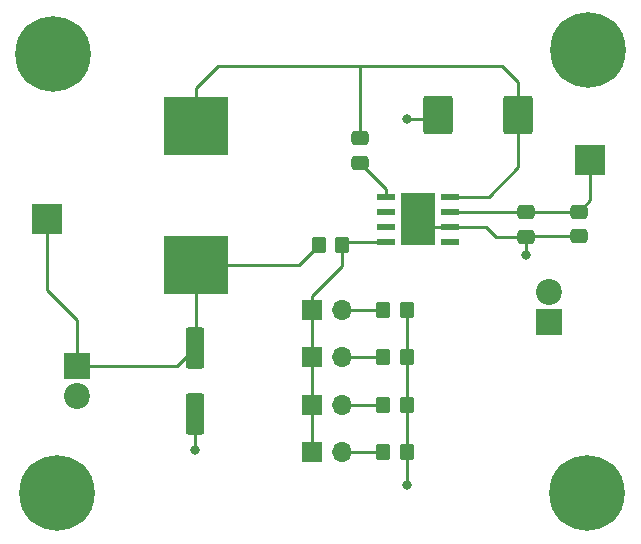
<source format=gbr>
%TF.GenerationSoftware,KiCad,Pcbnew,7.0.1*%
%TF.CreationDate,2023-04-11T14:03:01+02:00*%
%TF.ProjectId,sistabossen,73697374-6162-46f7-9373-656e2e6b6963,rev?*%
%TF.SameCoordinates,Original*%
%TF.FileFunction,Copper,L1,Top*%
%TF.FilePolarity,Positive*%
%FSLAX46Y46*%
G04 Gerber Fmt 4.6, Leading zero omitted, Abs format (unit mm)*
G04 Created by KiCad (PCBNEW 7.0.1) date 2023-04-11 14:03:01*
%MOMM*%
%LPD*%
G01*
G04 APERTURE LIST*
G04 Aperture macros list*
%AMRoundRect*
0 Rectangle with rounded corners*
0 $1 Rounding radius*
0 $2 $3 $4 $5 $6 $7 $8 $9 X,Y pos of 4 corners*
0 Add a 4 corners polygon primitive as box body*
4,1,4,$2,$3,$4,$5,$6,$7,$8,$9,$2,$3,0*
0 Add four circle primitives for the rounded corners*
1,1,$1+$1,$2,$3*
1,1,$1+$1,$4,$5*
1,1,$1+$1,$6,$7*
1,1,$1+$1,$8,$9*
0 Add four rect primitives between the rounded corners*
20,1,$1+$1,$2,$3,$4,$5,0*
20,1,$1+$1,$4,$5,$6,$7,0*
20,1,$1+$1,$6,$7,$8,$9,0*
20,1,$1+$1,$8,$9,$2,$3,0*%
G04 Aperture macros list end*
%TA.AperFunction,SMDPad,CuDef*%
%ADD10R,1.550000X0.600000*%
%TD*%
%TA.AperFunction,ComponentPad*%
%ADD11C,0.600000*%
%TD*%
%TA.AperFunction,SMDPad,CuDef*%
%ADD12R,2.600000X3.100000*%
%TD*%
%TA.AperFunction,SMDPad,CuDef*%
%ADD13R,2.950000X4.500000*%
%TD*%
%TA.AperFunction,SMDPad,CuDef*%
%ADD14RoundRect,0.250000X-0.475000X0.337500X-0.475000X-0.337500X0.475000X-0.337500X0.475000X0.337500X0*%
%TD*%
%TA.AperFunction,ComponentPad*%
%ADD15R,2.200000X2.200000*%
%TD*%
%TA.AperFunction,ComponentPad*%
%ADD16C,2.200000*%
%TD*%
%TA.AperFunction,ComponentPad*%
%ADD17R,1.700000X1.700000*%
%TD*%
%TA.AperFunction,ComponentPad*%
%ADD18O,1.700000X1.700000*%
%TD*%
%TA.AperFunction,SMDPad,CuDef*%
%ADD19RoundRect,0.250000X0.475000X-0.337500X0.475000X0.337500X-0.475000X0.337500X-0.475000X-0.337500X0*%
%TD*%
%TA.AperFunction,SMDPad,CuDef*%
%ADD20RoundRect,0.250000X-0.350000X-0.450000X0.350000X-0.450000X0.350000X0.450000X-0.350000X0.450000X0*%
%TD*%
%TA.AperFunction,SMDPad,CuDef*%
%ADD21RoundRect,0.250000X-0.550000X1.500000X-0.550000X-1.500000X0.550000X-1.500000X0.550000X1.500000X0*%
%TD*%
%TA.AperFunction,ComponentPad*%
%ADD22R,2.500000X2.500000*%
%TD*%
%TA.AperFunction,ComponentPad*%
%ADD23C,0.800000*%
%TD*%
%TA.AperFunction,ComponentPad*%
%ADD24C,6.400000*%
%TD*%
%TA.AperFunction,SMDPad,CuDef*%
%ADD25RoundRect,0.250000X0.350000X0.450000X-0.350000X0.450000X-0.350000X-0.450000X0.350000X-0.450000X0*%
%TD*%
%TA.AperFunction,SMDPad,CuDef*%
%ADD26R,5.400000X4.900000*%
%TD*%
%TA.AperFunction,SMDPad,CuDef*%
%ADD27RoundRect,0.250000X-1.000000X1.400000X-1.000000X-1.400000X1.000000X-1.400000X1.000000X1.400000X0*%
%TD*%
%TA.AperFunction,ViaPad*%
%ADD28C,0.800000*%
%TD*%
%TA.AperFunction,Conductor*%
%ADD29C,0.250000*%
%TD*%
G04 APERTURE END LIST*
D10*
%TO.P,U1,1,BOOT*%
%TO.N,Net-(U1-BOOT)*%
X99200000Y-56092056D03*
%TO.P,U1,2,NC*%
%TO.N,unconnected-(U1-NC-Pad2)*%
X99200000Y-57362056D03*
%TO.P,U1,3,NC*%
%TO.N,unconnected-(U1-NC-Pad3)*%
X99200000Y-58632056D03*
%TO.P,U1,4,VSENSE*%
%TO.N,Net-(J3-Pin_1)*%
X99200000Y-59902056D03*
%TO.P,U1,5,EN*%
%TO.N,unconnected-(U1-EN-Pad5)*%
X104600000Y-59902056D03*
%TO.P,U1,6,GND*%
%TO.N,GND*%
X104600000Y-58632056D03*
%TO.P,U1,7,VIN*%
%TO.N,/VIN*%
X104600000Y-57362056D03*
%TO.P,U1,8,PH*%
%TO.N,/PH*%
X104600000Y-56092056D03*
D11*
%TO.P,U1,9,GNDPAD*%
%TO.N,GND*%
X101300000Y-56197056D03*
X101300000Y-57397056D03*
X101300000Y-58697056D03*
X101300000Y-59797056D03*
D12*
X101900000Y-57997056D03*
D13*
X101900000Y-57997056D03*
D11*
X102500000Y-56197056D03*
X102500000Y-57397056D03*
X102500000Y-58697056D03*
X102500000Y-59797056D03*
%TD*%
D14*
%TO.P,C4,1*%
%TO.N,/VIN*%
X115500000Y-57375000D03*
%TO.P,C4,2*%
%TO.N,GND*%
X115500000Y-59450000D03*
%TD*%
D15*
%TO.P,J2,1,Pin_1*%
%TO.N,/VOUT*%
X73000000Y-70427056D03*
D16*
%TO.P,J2,2,Pin_2*%
%TO.N,GND*%
X73000000Y-72967056D03*
%TD*%
D17*
%TO.P,J3,1,Pin_1*%
%TO.N,Net-(J3-Pin_1)*%
X92960000Y-65697056D03*
D18*
%TO.P,J3,2,Pin_2*%
%TO.N,Net-(J3-Pin_2)*%
X95500000Y-65697056D03*
%TD*%
D17*
%TO.P,J5,1,Pin_1*%
%TO.N,Net-(J3-Pin_1)*%
X92960000Y-73697056D03*
D18*
%TO.P,J5,2,Pin_2*%
%TO.N,Net-(J5-Pin_2)*%
X95500000Y-73697056D03*
%TD*%
D17*
%TO.P,J6,1,Pin_1*%
%TO.N,Net-(J3-Pin_1)*%
X92960000Y-77697056D03*
D18*
%TO.P,J6,2,Pin_2*%
%TO.N,Net-(J6-Pin_2)*%
X95500000Y-77697056D03*
%TD*%
D14*
%TO.P,C1,1*%
%TO.N,/VIN*%
X111000000Y-57412500D03*
%TO.P,C1,2*%
%TO.N,GND*%
X111000000Y-59487500D03*
%TD*%
D17*
%TO.P,J4,1,Pin_1*%
%TO.N,Net-(J3-Pin_1)*%
X92960000Y-69697056D03*
D18*
%TO.P,J4,2,Pin_2*%
%TO.N,Net-(J4-Pin_2)*%
X95500000Y-69697056D03*
%TD*%
D15*
%TO.P,J1,1,Pin_1*%
%TO.N,GND*%
X112960000Y-66737056D03*
D16*
%TO.P,J1,2,Pin_2*%
%TO.N,/VIN*%
X112960000Y-64197056D03*
%TD*%
D19*
%TO.P,C2,1*%
%TO.N,Net-(U1-BOOT)*%
X97000000Y-53234556D03*
%TO.P,C2,2*%
%TO.N,/PH*%
X97000000Y-51159556D03*
%TD*%
D20*
%TO.P,R4,1*%
%TO.N,Net-(J5-Pin_2)*%
X98960000Y-73697056D03*
%TO.P,R4,2*%
%TO.N,GND*%
X100960000Y-73697056D03*
%TD*%
%TO.P,R2,1*%
%TO.N,Net-(J3-Pin_2)*%
X98960000Y-65697056D03*
%TO.P,R2,2*%
%TO.N,GND*%
X100960000Y-65697056D03*
%TD*%
%TO.P,R3,1*%
%TO.N,Net-(J4-Pin_2)*%
X98960000Y-69697056D03*
%TO.P,R3,2*%
%TO.N,GND*%
X100960000Y-69697056D03*
%TD*%
D21*
%TO.P,C3,1*%
%TO.N,/VOUT*%
X83000000Y-68897056D03*
%TO.P,C3,2*%
%TO.N,GND*%
X83000000Y-74497056D03*
%TD*%
D22*
%TO.P,TP3,1,1*%
%TO.N,/VOUT*%
X70500000Y-58000000D03*
%TD*%
D23*
%TO.P,H3,1,1*%
%TO.N,GND*%
X113797056Y-81197056D03*
X114500000Y-79500000D03*
X114500000Y-82894112D03*
X116197056Y-78797056D03*
D24*
X116197056Y-81197056D03*
D23*
X116197056Y-83597056D03*
X117894112Y-79500000D03*
X117894112Y-82894112D03*
X118597056Y-81197056D03*
%TD*%
D20*
%TO.P,R5,1*%
%TO.N,Net-(J6-Pin_2)*%
X98960000Y-77697056D03*
%TO.P,R5,2*%
%TO.N,GND*%
X100960000Y-77697056D03*
%TD*%
D25*
%TO.P,R1,1*%
%TO.N,Net-(J3-Pin_1)*%
X95500000Y-60197056D03*
%TO.P,R1,2*%
%TO.N,/VOUT*%
X93500000Y-60197056D03*
%TD*%
D23*
%TO.P,H2,1,1*%
%TO.N,GND*%
X113902944Y-43697056D03*
X114605888Y-42000000D03*
X114605888Y-45394112D03*
X116302944Y-41297056D03*
D24*
X116302944Y-43697056D03*
D23*
X116302944Y-46097056D03*
X118000000Y-42000000D03*
X118000000Y-45394112D03*
X118702944Y-43697056D03*
%TD*%
D22*
%TO.P,TP1,1,1*%
%TO.N,/VIN*%
X116500000Y-53000000D03*
%TD*%
D23*
%TO.P,H1,1,1*%
%TO.N,GND*%
X68600000Y-44000000D03*
X69302944Y-42302944D03*
X69302944Y-45697056D03*
X71000000Y-41600000D03*
D24*
X71000000Y-44000000D03*
D23*
X71000000Y-46400000D03*
X72697056Y-42302944D03*
X72697056Y-45697056D03*
X73400000Y-44000000D03*
%TD*%
D26*
%TO.P,L1,1,1*%
%TO.N,/PH*%
X83097056Y-50100000D03*
%TO.P,L1,2,2*%
%TO.N,/VOUT*%
X83097056Y-61900000D03*
%TD*%
D27*
%TO.P,D1,1,K*%
%TO.N,/PH*%
X110400000Y-49197056D03*
%TO.P,D1,2,A*%
%TO.N,GND*%
X103600000Y-49197056D03*
%TD*%
D23*
%TO.P,H4,1,1*%
%TO.N,GND*%
X68902944Y-81197056D03*
X69605888Y-79500000D03*
X69605888Y-82894112D03*
X71302944Y-78797056D03*
D24*
X71302944Y-81197056D03*
D23*
X71302944Y-83597056D03*
X73000000Y-79500000D03*
X73000000Y-82894112D03*
X73702944Y-81197056D03*
%TD*%
D28*
%TO.N,GND*%
X101000000Y-80500000D03*
X111000000Y-61000000D03*
X101000000Y-49500000D03*
X83000000Y-77500000D03*
%TD*%
D29*
%TO.N,/VIN*%
X116500000Y-56375000D02*
X116500000Y-53000000D01*
X115500000Y-57375000D02*
X116500000Y-56375000D01*
X110949556Y-57362056D02*
X104600000Y-57362056D01*
X115500000Y-57375000D02*
X111037500Y-57375000D01*
X111000000Y-57412500D02*
X110949556Y-57362056D01*
X111037500Y-57375000D02*
X111000000Y-57412500D01*
%TO.N,GND*%
X103600000Y-49197056D02*
X103297056Y-49500000D01*
X102565000Y-58632056D02*
X102500000Y-58697056D01*
X100960000Y-80460000D02*
X101000000Y-80500000D01*
X101300000Y-59797056D02*
X101300000Y-58697056D01*
X103297056Y-49500000D02*
X101000000Y-49500000D01*
X108500000Y-59500000D02*
X107632056Y-58632056D01*
X100960000Y-69697056D02*
X100960000Y-73697056D01*
X104600000Y-58632056D02*
X102565000Y-58632056D01*
X115500000Y-59450000D02*
X111037500Y-59450000D01*
X102500000Y-58697056D02*
X102500000Y-59797056D01*
X102500000Y-59797056D02*
X101300000Y-59797056D01*
X100960000Y-65697056D02*
X100960000Y-69697056D01*
X111000000Y-59487500D02*
X111000000Y-61000000D01*
X111037500Y-59450000D02*
X111000000Y-59487500D01*
X100960000Y-77697056D02*
X100960000Y-80460000D01*
X83000000Y-74497056D02*
X83000000Y-77500000D01*
X102500000Y-58697056D02*
X101300000Y-58697056D01*
X111000000Y-59487500D02*
X110987500Y-59500000D01*
X100960000Y-73697056D02*
X100960000Y-77697056D01*
X110987500Y-59500000D02*
X108500000Y-59500000D01*
X107632056Y-58632056D02*
X104600000Y-58632056D01*
%TO.N,Net-(U1-BOOT)*%
X97000000Y-53234556D02*
X99200000Y-55434556D01*
X99200000Y-55434556D02*
X99200000Y-56092056D01*
%TO.N,/PH*%
X110400000Y-46400000D02*
X110400000Y-49197056D01*
X109000000Y-45000000D02*
X110400000Y-46400000D01*
X97000000Y-45000000D02*
X109000000Y-45000000D01*
X97000000Y-51159556D02*
X97000000Y-45000000D01*
X85000000Y-45000000D02*
X97000000Y-45000000D01*
X83097056Y-50100000D02*
X83097056Y-46902944D01*
X110400000Y-53600000D02*
X110400000Y-49197056D01*
X104600000Y-56092056D02*
X107907944Y-56092056D01*
X83097056Y-46902944D02*
X85000000Y-45000000D01*
X107907944Y-56092056D02*
X110400000Y-53600000D01*
%TO.N,/VOUT*%
X83097056Y-61900000D02*
X83097056Y-68800000D01*
X83000000Y-68897056D02*
X81470000Y-70427056D01*
X91797056Y-61900000D02*
X83097056Y-61900000D01*
X73000000Y-66500000D02*
X73000000Y-70427056D01*
X70500000Y-58000000D02*
X70500000Y-64000000D01*
X83097056Y-68800000D02*
X83000000Y-68897056D01*
X70500000Y-64000000D02*
X73000000Y-66500000D01*
X93500000Y-60197056D02*
X91797056Y-61900000D01*
X81470000Y-70427056D02*
X73000000Y-70427056D01*
%TO.N,Net-(J3-Pin_1)*%
X95500000Y-62000000D02*
X92960000Y-64540000D01*
X92960000Y-69697056D02*
X92960000Y-65697056D01*
X95795000Y-59902056D02*
X99200000Y-59902056D01*
X95500000Y-60197056D02*
X95795000Y-59902056D01*
X92960000Y-64540000D02*
X92960000Y-65697056D01*
X92960000Y-73697056D02*
X92960000Y-69697056D01*
X92960000Y-77697056D02*
X92960000Y-73697056D01*
X95500000Y-60197056D02*
X95500000Y-62000000D01*
%TO.N,Net-(J3-Pin_2)*%
X98960000Y-65697056D02*
X95500000Y-65697056D01*
%TO.N,Net-(J4-Pin_2)*%
X98960000Y-69697056D02*
X95500000Y-69697056D01*
%TO.N,Net-(J5-Pin_2)*%
X98960000Y-73697056D02*
X95500000Y-73697056D01*
%TO.N,Net-(J6-Pin_2)*%
X98960000Y-77697056D02*
X95500000Y-77697056D01*
%TD*%
M02*

</source>
